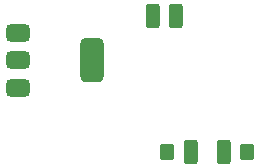
<source format=gbr>
%TF.GenerationSoftware,KiCad,Pcbnew,9.0.6-9.0.6~ubuntu24.04.1*%
%TF.CreationDate,2025-12-30T22:30:39+05:30*%
%TF.ProjectId,wled-esp01-controller,776c6564-2d65-4737-9030-312d636f6e74,rev?*%
%TF.SameCoordinates,Original*%
%TF.FileFunction,Paste,Bot*%
%TF.FilePolarity,Positive*%
%FSLAX46Y46*%
G04 Gerber Fmt 4.6, Leading zero omitted, Abs format (unit mm)*
G04 Created by KiCad (PCBNEW 9.0.6-9.0.6~ubuntu24.04.1) date 2025-12-30 22:30:39*
%MOMM*%
%LPD*%
G01*
G04 APERTURE LIST*
G04 Aperture macros list*
%AMRoundRect*
0 Rectangle with rounded corners*
0 $1 Rounding radius*
0 $2 $3 $4 $5 $6 $7 $8 $9 X,Y pos of 4 corners*
0 Add a 4 corners polygon primitive as box body*
4,1,4,$2,$3,$4,$5,$6,$7,$8,$9,$2,$3,0*
0 Add four circle primitives for the rounded corners*
1,1,$1+$1,$2,$3*
1,1,$1+$1,$4,$5*
1,1,$1+$1,$6,$7*
1,1,$1+$1,$8,$9*
0 Add four rect primitives between the rounded corners*
20,1,$1+$1,$2,$3,$4,$5,0*
20,1,$1+$1,$4,$5,$6,$7,0*
20,1,$1+$1,$6,$7,$8,$9,0*
20,1,$1+$1,$8,$9,$2,$3,0*%
G04 Aperture macros list end*
%ADD10RoundRect,0.250000X0.350000X0.770000X-0.350000X0.770000X-0.350000X-0.770000X0.350000X-0.770000X0*%
%ADD11RoundRect,0.250000X0.350000X0.450000X-0.350000X0.450000X-0.350000X-0.450000X0.350000X-0.450000X0*%
%ADD12RoundRect,0.250000X-0.350000X-0.450000X0.350000X-0.450000X0.350000X0.450000X-0.350000X0.450000X0*%
%ADD13RoundRect,0.250000X-0.350000X-0.770000X0.350000X-0.770000X0.350000X0.770000X-0.350000X0.770000X0*%
%ADD14RoundRect,0.375000X-0.625000X-0.375000X0.625000X-0.375000X0.625000X0.375000X-0.625000X0.375000X0*%
%ADD15RoundRect,0.500000X-0.500000X-1.400000X0.500000X-1.400000X0.500000X1.400000X-0.500000X1.400000X0*%
G04 APERTURE END LIST*
D10*
%TO.C,R1*%
X122000000Y-88000000D03*
D11*
X124000000Y-88000000D03*
%TD*%
D12*
%TO.C,R2*%
X117250000Y-88000000D03*
D13*
X119250000Y-88000000D03*
%TD*%
D14*
%TO.C,U1*%
X104600000Y-82550000D03*
X104600000Y-80250000D03*
D15*
X110900000Y-80250000D03*
D14*
X104600000Y-77950000D03*
%TD*%
D10*
%TO.C,R3*%
X118000000Y-76500000D03*
X116000000Y-76500000D03*
%TD*%
M02*

</source>
